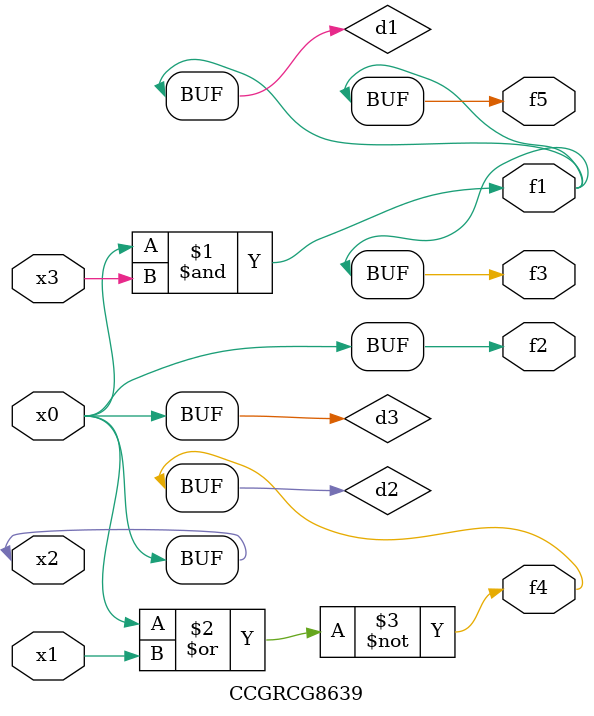
<source format=v>
module CCGRCG8639(
	input x0, x1, x2, x3,
	output f1, f2, f3, f4, f5
);

	wire d1, d2, d3;

	and (d1, x2, x3);
	nor (d2, x0, x1);
	buf (d3, x0, x2);
	assign f1 = d1;
	assign f2 = d3;
	assign f3 = d1;
	assign f4 = d2;
	assign f5 = d1;
endmodule

</source>
